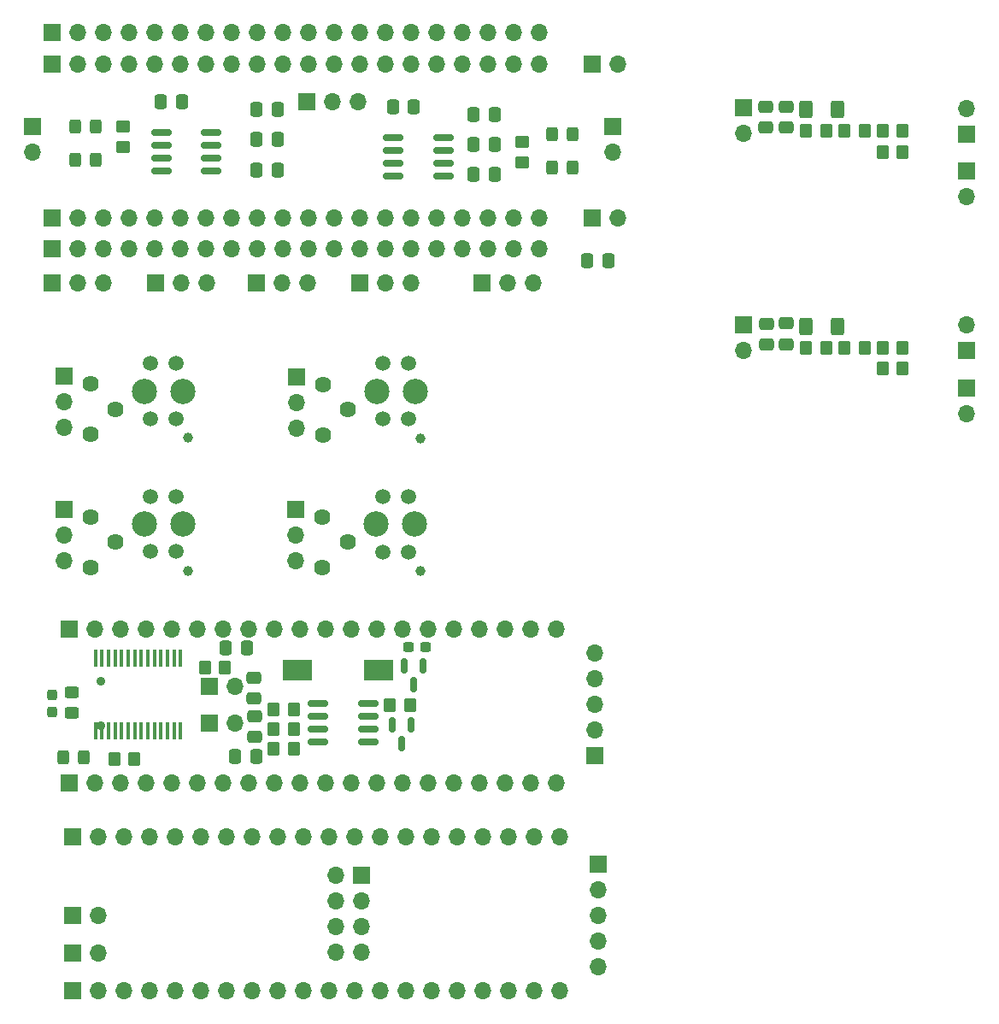
<source format=gbr>
%TF.GenerationSoftware,KiCad,Pcbnew,6.0.7+dfsg-1~bpo11+1*%
%TF.CreationDate,2022-09-15T22:54:34-04:00*%
%TF.ProjectId,COMPLETE_PCB,434f4d50-4c45-4544-955f-5043422e6b69,rev?*%
%TF.SameCoordinates,Original*%
%TF.FileFunction,Soldermask,Bot*%
%TF.FilePolarity,Negative*%
%FSLAX46Y46*%
G04 Gerber Fmt 4.6, Leading zero omitted, Abs format (unit mm)*
G04 Created by KiCad (PCBNEW 6.0.7+dfsg-1~bpo11+1) date 2022-09-15 22:54:34*
%MOMM*%
%LPD*%
G01*
G04 APERTURE LIST*
G04 Aperture macros list*
%AMRoundRect*
0 Rectangle with rounded corners*
0 $1 Rounding radius*
0 $2 $3 $4 $5 $6 $7 $8 $9 X,Y pos of 4 corners*
0 Add a 4 corners polygon primitive as box body*
4,1,4,$2,$3,$4,$5,$6,$7,$8,$9,$2,$3,0*
0 Add four circle primitives for the rounded corners*
1,1,$1+$1,$2,$3*
1,1,$1+$1,$4,$5*
1,1,$1+$1,$6,$7*
1,1,$1+$1,$8,$9*
0 Add four rect primitives between the rounded corners*
20,1,$1+$1,$2,$3,$4,$5,0*
20,1,$1+$1,$4,$5,$6,$7,0*
20,1,$1+$1,$6,$7,$8,$9,0*
20,1,$1+$1,$8,$9,$2,$3,0*%
G04 Aperture macros list end*
%ADD10RoundRect,0.237500X-0.300000X-0.237500X0.300000X-0.237500X0.300000X0.237500X-0.300000X0.237500X0*%
%ADD11R,0.450000X1.750000*%
%ADD12RoundRect,0.250000X-0.350000X-0.450000X0.350000X-0.450000X0.350000X0.450000X-0.350000X0.450000X0*%
%ADD13RoundRect,0.250000X0.350000X0.450000X-0.350000X0.450000X-0.350000X-0.450000X0.350000X-0.450000X0*%
%ADD14R,2.999300X2.057400*%
%ADD15RoundRect,0.150000X0.825000X0.150000X-0.825000X0.150000X-0.825000X-0.150000X0.825000X-0.150000X0*%
%ADD16RoundRect,0.250000X-0.337500X-0.475000X0.337500X-0.475000X0.337500X0.475000X-0.337500X0.475000X0*%
%ADD17RoundRect,0.250000X-0.475000X0.337500X-0.475000X-0.337500X0.475000X-0.337500X0.475000X0.337500X0*%
%ADD18RoundRect,0.150000X-0.150000X0.587500X-0.150000X-0.587500X0.150000X-0.587500X0.150000X0.587500X0*%
%ADD19O,1.700000X1.700000*%
%ADD20R,1.700000X1.700000*%
%ADD21RoundRect,0.250000X0.450000X-0.325000X0.450000X0.325000X-0.450000X0.325000X-0.450000X-0.325000X0*%
%ADD22RoundRect,0.250000X0.475000X-0.337500X0.475000X0.337500X-0.475000X0.337500X-0.475000X-0.337500X0*%
%ADD23RoundRect,0.237500X0.237500X-0.300000X0.237500X0.300000X-0.237500X0.300000X-0.237500X-0.300000X0*%
%ADD24RoundRect,0.250000X0.325000X0.450000X-0.325000X0.450000X-0.325000X-0.450000X0.325000X-0.450000X0*%
%ADD25C,0.900000*%
%ADD26RoundRect,0.250000X-0.450000X0.350000X-0.450000X-0.350000X0.450000X-0.350000X0.450000X0.350000X0*%
%ADD27RoundRect,0.250000X0.337500X0.475000X-0.337500X0.475000X-0.337500X-0.475000X0.337500X-0.475000X0*%
%ADD28RoundRect,0.250000X0.450000X-0.350000X0.450000X0.350000X-0.450000X0.350000X-0.450000X-0.350000X0*%
%ADD29RoundRect,0.250000X-0.325000X-0.450000X0.325000X-0.450000X0.325000X0.450000X-0.325000X0.450000X0*%
%ADD30C,1.000000*%
%ADD31C,2.500000*%
%ADD32C,1.500000*%
%ADD33C,1.620000*%
%ADD34RoundRect,0.250000X0.400000X0.625000X-0.400000X0.625000X-0.400000X-0.625000X0.400000X-0.625000X0*%
G04 APERTURE END LIST*
D10*
%TO.C,C9*%
X63941200Y-84574099D03*
X65666200Y-84574099D03*
%TD*%
D11*
%TO.C,U3*%
X32955400Y-85617699D03*
X33605400Y-85617699D03*
X34255400Y-85617699D03*
X34905400Y-85617699D03*
X35555400Y-85617699D03*
X36205400Y-85617699D03*
X36855400Y-85617699D03*
X37505400Y-85617699D03*
X38155400Y-85617699D03*
X38805400Y-85617699D03*
X39455400Y-85617699D03*
X40105400Y-85617699D03*
X40755400Y-85617699D03*
X41405400Y-85617699D03*
X41405400Y-92817699D03*
X40755400Y-92817699D03*
X40105400Y-92817699D03*
X39455400Y-92817699D03*
X38805400Y-92817699D03*
X38155400Y-92817699D03*
X37505400Y-92817699D03*
X36855400Y-92817699D03*
X36205400Y-92817699D03*
X35555400Y-92817699D03*
X34905400Y-92817699D03*
X34255400Y-92817699D03*
X33605400Y-92817699D03*
X32955400Y-92817699D03*
%TD*%
D12*
%TO.C,R8*%
X43791200Y-86614099D03*
X45791200Y-86614099D03*
%TD*%
D13*
%TO.C,R1*%
X52601200Y-90694099D03*
X50601200Y-90694099D03*
%TD*%
D14*
%TO.C,Y1*%
X61004550Y-86842799D03*
X52980250Y-86842799D03*
%TD*%
D15*
%TO.C,U2*%
X59975400Y-90157499D03*
X59975400Y-91427499D03*
X59975400Y-92697499D03*
X59975400Y-93967499D03*
X55025400Y-93967499D03*
X55025400Y-92697499D03*
X55025400Y-91427499D03*
X55025400Y-90157499D03*
%TD*%
D16*
%TO.C,C7*%
X46803700Y-95354099D03*
X48878700Y-95354099D03*
%TD*%
D17*
%TO.C,C3*%
X48651200Y-87556599D03*
X48651200Y-89631599D03*
%TD*%
D12*
%TO.C,R3*%
X50633000Y-94653299D03*
X52633000Y-94653299D03*
%TD*%
D18*
%TO.C,Q1*%
X63521200Y-86386599D03*
X65421200Y-86386599D03*
X64471200Y-88261599D03*
%TD*%
D19*
%TO.C,J7*%
X78991800Y-103373499D03*
X76451800Y-103373499D03*
X73911800Y-103373499D03*
X71371800Y-103373499D03*
X68831800Y-103373499D03*
X66291800Y-103373499D03*
X63751800Y-103373499D03*
X61211800Y-103373499D03*
X58671800Y-103373499D03*
X56131800Y-103373499D03*
X53591800Y-103373499D03*
X51051800Y-103373499D03*
X48511800Y-103373499D03*
X45971800Y-103373499D03*
X43431800Y-103373499D03*
X40891800Y-103373499D03*
X38351800Y-103373499D03*
X35811800Y-103373499D03*
X33271800Y-103373499D03*
D20*
X30731800Y-103373499D03*
%TD*%
D18*
%TO.C,Q2*%
X62333600Y-92273599D03*
X64233600Y-92273599D03*
X63283600Y-94148599D03*
%TD*%
D21*
%TO.C,D2*%
X30641200Y-91059099D03*
X30641200Y-89009099D03*
%TD*%
D19*
%TO.C,J4*%
X78991800Y-118613499D03*
X76451800Y-118613499D03*
X73911800Y-118613499D03*
X71371800Y-118613499D03*
X68831800Y-118613499D03*
X66291800Y-118613499D03*
X63751800Y-118613499D03*
X61211800Y-118613499D03*
X58671800Y-118613499D03*
X56131800Y-118613499D03*
X53591800Y-118613499D03*
X51051800Y-118613499D03*
X48511800Y-118613499D03*
X45971800Y-118613499D03*
X43431800Y-118613499D03*
X40891800Y-118613499D03*
X38351800Y-118613499D03*
X35811800Y-118613499D03*
X33271800Y-118613499D03*
D20*
X30731800Y-118613499D03*
%TD*%
D22*
%TO.C,C5*%
X48711200Y-93461599D03*
X48711200Y-91386599D03*
%TD*%
D12*
%TO.C,R7*%
X34821200Y-95664099D03*
X36821200Y-95664099D03*
%TD*%
D23*
%TO.C,C10*%
X28691200Y-90976599D03*
X28691200Y-89251599D03*
%TD*%
D16*
%TO.C,C2*%
X45873700Y-84644099D03*
X47948700Y-84644099D03*
%TD*%
D12*
%TO.C,R4*%
X50627400Y-92668899D03*
X52627400Y-92668899D03*
%TD*%
%TO.C,R2*%
X62131200Y-90284099D03*
X64131200Y-90284099D03*
%TD*%
D24*
%TO.C,D1*%
X31804600Y-95440699D03*
X29754600Y-95440699D03*
%TD*%
D19*
%TO.C,J3*%
X78661200Y-98044099D03*
X76121200Y-98044099D03*
X73581200Y-98044099D03*
X71041200Y-98044099D03*
X68501200Y-98044099D03*
X65961200Y-98044099D03*
X63421200Y-98044099D03*
X60881200Y-98044099D03*
X58341200Y-98044099D03*
X55801200Y-98044099D03*
X53261200Y-98044099D03*
X50721200Y-98044099D03*
X48181200Y-98044099D03*
X45641200Y-98044099D03*
X43101200Y-98044099D03*
X40561200Y-98044099D03*
X38021200Y-98044099D03*
X35481200Y-98044099D03*
X32941200Y-98044099D03*
D20*
X30401200Y-98044099D03*
%TD*%
D19*
%TO.C,JP4*%
X33241200Y-111133299D03*
D20*
X30701200Y-111133299D03*
%TD*%
D19*
%TO.C,JP3*%
X33241200Y-114818099D03*
D20*
X30701200Y-114818099D03*
%TD*%
%TO.C,JP2*%
X44211200Y-88430299D03*
D19*
X46751200Y-88430299D03*
%TD*%
D20*
%TO.C,JP1*%
X44216200Y-92087899D03*
D19*
X46756200Y-92087899D03*
%TD*%
D20*
%TO.C,J5*%
X82412000Y-95333699D03*
D19*
X82412000Y-92793699D03*
X82412000Y-90253699D03*
X82412000Y-87713699D03*
X82412000Y-85173699D03*
%TD*%
%TO.C,J2*%
X56761200Y-114775499D03*
X59301200Y-114775499D03*
X56761200Y-112235499D03*
X59301200Y-112235499D03*
X56761200Y-109695499D03*
X59301200Y-109695499D03*
X56761200Y-107155499D03*
D20*
X59301200Y-107155499D03*
%TD*%
D19*
%TO.C,J8*%
X82775800Y-116192499D03*
X82775800Y-113652499D03*
X82775800Y-111112499D03*
X82775800Y-108572499D03*
D20*
X82775800Y-106032499D03*
%TD*%
%TO.C,J6*%
X30401200Y-82804099D03*
D19*
X32941200Y-82804099D03*
X35481200Y-82804099D03*
X38021200Y-82804099D03*
X40561200Y-82804099D03*
X43101200Y-82804099D03*
X45641200Y-82804099D03*
X48181200Y-82804099D03*
X50721200Y-82804099D03*
X53261200Y-82804099D03*
X55801200Y-82804099D03*
X58341200Y-82804099D03*
X60881200Y-82804099D03*
X63421200Y-82804099D03*
X65961200Y-82804099D03*
X68501200Y-82804099D03*
X71041200Y-82804099D03*
X73581200Y-82804099D03*
X76121200Y-82804099D03*
X78661200Y-82804099D03*
%TD*%
D25*
%TO.C,J1*%
X33497400Y-87953899D03*
X33497400Y-92353899D03*
%TD*%
D15*
%TO.C,U3*%
X67435000Y-34105000D03*
X67435000Y-35375000D03*
X67435000Y-36645000D03*
X67435000Y-37915000D03*
X62485000Y-37915000D03*
X62485000Y-36645000D03*
X62485000Y-35375000D03*
X62485000Y-34105000D03*
%TD*%
D26*
%TO.C,R2*%
X75210000Y-34510000D03*
X75210000Y-36510000D03*
%TD*%
D16*
%TO.C,C2*%
X48922500Y-37260000D03*
X50997500Y-37260000D03*
%TD*%
D24*
%TO.C,D4*%
X80235000Y-33760000D03*
X78185000Y-33760000D03*
%TD*%
D27*
%TO.C,C4*%
X41497500Y-30510000D03*
X39422500Y-30510000D03*
%TD*%
D16*
%TO.C,C6*%
X70422500Y-34760000D03*
X72497500Y-34760000D03*
%TD*%
%TO.C,C10*%
X70422500Y-31760000D03*
X72497500Y-31760000D03*
%TD*%
D28*
%TO.C,R1*%
X35710000Y-35010000D03*
X35710000Y-33010000D03*
%TD*%
D29*
%TO.C,D3*%
X78185000Y-37010000D03*
X80235000Y-37010000D03*
%TD*%
D27*
%TO.C,C13*%
X81672500Y-46260000D03*
X83747500Y-46260000D03*
%TD*%
D16*
%TO.C,C3*%
X48922500Y-31260000D03*
X50997500Y-31260000D03*
%TD*%
%TO.C,C1*%
X48922500Y-34260000D03*
X50997500Y-34260000D03*
%TD*%
D27*
%TO.C,C11*%
X64497500Y-31010000D03*
X62422500Y-31010000D03*
%TD*%
D24*
%TO.C,D1*%
X32985000Y-36260000D03*
X30935000Y-36260000D03*
%TD*%
D15*
%TO.C,U1*%
X44435000Y-33605000D03*
X44435000Y-34875000D03*
X44435000Y-36145000D03*
X44435000Y-37415000D03*
X39485000Y-37415000D03*
X39485000Y-36145000D03*
X39485000Y-34875000D03*
X39485000Y-33605000D03*
%TD*%
D16*
%TO.C,C7*%
X70422500Y-37760000D03*
X72497500Y-37760000D03*
%TD*%
D29*
%TO.C,D2*%
X30935000Y-33010000D03*
X32985000Y-33010000D03*
%TD*%
D20*
%TO.C,J3*%
X26710000Y-32985000D03*
D19*
X26710000Y-35525000D03*
%TD*%
D30*
%TO.C,U7*%
X42150000Y-77000000D03*
D31*
X41600000Y-72350000D03*
X37800000Y-72350000D03*
D32*
X38430000Y-69600000D03*
X40970000Y-69600000D03*
X38430000Y-75100000D03*
X40970000Y-75100000D03*
%TD*%
D33*
%TO.C,RV4*%
X55460000Y-71660000D03*
X57960000Y-74160000D03*
X55460000Y-76660000D03*
%TD*%
D20*
%TO.C,J7*%
X29830000Y-57740000D03*
D19*
X29830000Y-60280000D03*
X29830000Y-62820000D03*
%TD*%
D20*
%TO.C,J9*%
X71290000Y-48500000D03*
D19*
X73830000Y-48500000D03*
X76370000Y-48500000D03*
%TD*%
D20*
%TO.C,J15*%
X28700000Y-45090000D03*
D19*
X31240000Y-45090000D03*
X33780000Y-45090000D03*
X36320000Y-45090000D03*
X38860000Y-45090000D03*
X41400000Y-45090000D03*
X43940000Y-45090000D03*
X46480000Y-45090000D03*
X49020000Y-45090000D03*
X51560000Y-45090000D03*
X54100000Y-45090000D03*
X56640000Y-45090000D03*
X59180000Y-45090000D03*
X61720000Y-45090000D03*
X64260000Y-45090000D03*
X66800000Y-45090000D03*
X69340000Y-45090000D03*
X71880000Y-45090000D03*
X74420000Y-45090000D03*
X76960000Y-45090000D03*
%TD*%
D20*
%TO.C,J17*%
X59185000Y-48470000D03*
D19*
X61725000Y-48470000D03*
X64265000Y-48470000D03*
%TD*%
D20*
%TO.C,J10*%
X29830000Y-70900000D03*
D19*
X29830000Y-73440000D03*
X29830000Y-75980000D03*
%TD*%
D31*
%TO.C,U6*%
X64620000Y-59210000D03*
X60820000Y-59210000D03*
D30*
X65170000Y-63860000D03*
D32*
X61450000Y-56460000D03*
X63990000Y-56460000D03*
X61450000Y-61960000D03*
X63990000Y-61960000D03*
%TD*%
D33*
%TO.C,RV1*%
X32470000Y-58490000D03*
X34970000Y-60990000D03*
X32470000Y-63490000D03*
%TD*%
D20*
%TO.C,J6*%
X28710000Y-42000000D03*
D19*
X31250000Y-42000000D03*
X33790000Y-42000000D03*
X36330000Y-42000000D03*
X38870000Y-42000000D03*
X41410000Y-42000000D03*
X43950000Y-42000000D03*
X46490000Y-42000000D03*
X49030000Y-42000000D03*
X51570000Y-42000000D03*
X54110000Y-42000000D03*
X56650000Y-42000000D03*
X59190000Y-42000000D03*
X61730000Y-42000000D03*
X64270000Y-42000000D03*
X66810000Y-42000000D03*
X69350000Y-42000000D03*
X71890000Y-42000000D03*
X74430000Y-42000000D03*
X76970000Y-42000000D03*
%TD*%
D31*
%TO.C,U5*%
X37800000Y-59190000D03*
X41600000Y-59190000D03*
D30*
X42150000Y-63840000D03*
D32*
X38430000Y-56440000D03*
X40970000Y-56440000D03*
X38430000Y-61940000D03*
X40970000Y-61940000D03*
%TD*%
D31*
%TO.C,U8*%
X60790000Y-72360000D03*
D30*
X65140000Y-77010000D03*
D31*
X64590000Y-72360000D03*
D32*
X61420000Y-69610000D03*
X63960000Y-69610000D03*
X61420000Y-75110000D03*
X63960000Y-75110000D03*
%TD*%
D33*
%TO.C,RV2*%
X55490000Y-58510000D03*
X57990000Y-61010000D03*
X55490000Y-63510000D03*
%TD*%
D20*
%TO.C,JP1*%
X53860000Y-30510000D03*
D19*
X56400000Y-30510000D03*
X58940000Y-30510000D03*
%TD*%
D20*
%TO.C,J12*%
X28700000Y-48480000D03*
D19*
X31240000Y-48480000D03*
X33780000Y-48480000D03*
%TD*%
D20*
%TO.C,J5*%
X28710000Y-26785400D03*
D19*
X31250000Y-26785400D03*
X33790000Y-26785400D03*
X36330000Y-26785400D03*
X38870000Y-26785400D03*
X41410000Y-26785400D03*
X43950000Y-26785400D03*
X46490000Y-26785400D03*
X49030000Y-26785400D03*
X51570000Y-26785400D03*
X54110000Y-26785400D03*
X56650000Y-26785400D03*
X59190000Y-26785400D03*
X61730000Y-26785400D03*
X64270000Y-26785400D03*
X66810000Y-26785400D03*
X69350000Y-26785400D03*
X71890000Y-26785400D03*
X74430000Y-26785400D03*
X76970000Y-26785400D03*
%TD*%
D20*
%TO.C,J4*%
X84210000Y-33010000D03*
D19*
X84210000Y-35550000D03*
%TD*%
D20*
%TO.C,J14*%
X28710000Y-23680000D03*
D19*
X31250000Y-23680000D03*
X33790000Y-23680000D03*
X36330000Y-23680000D03*
X38870000Y-23680000D03*
X41410000Y-23680000D03*
X43950000Y-23680000D03*
X46490000Y-23680000D03*
X49030000Y-23680000D03*
X51570000Y-23680000D03*
X54110000Y-23680000D03*
X56650000Y-23680000D03*
X59190000Y-23680000D03*
X61730000Y-23680000D03*
X64270000Y-23680000D03*
X66810000Y-23680000D03*
X69350000Y-23680000D03*
X71890000Y-23680000D03*
X74430000Y-23680000D03*
X76970000Y-23680000D03*
%TD*%
D20*
%TO.C,J13*%
X38920000Y-48480000D03*
D19*
X41460000Y-48480000D03*
X44000000Y-48480000D03*
%TD*%
D33*
%TO.C,RV3*%
X32470000Y-71650000D03*
X34970000Y-74150000D03*
X32470000Y-76650000D03*
%TD*%
D20*
%TO.C,J8*%
X52850000Y-57760000D03*
D19*
X52850000Y-60300000D03*
X52850000Y-62840000D03*
%TD*%
D20*
%TO.C,J11*%
X52820000Y-70910000D03*
D19*
X52820000Y-73450000D03*
X52820000Y-75990000D03*
%TD*%
D20*
%TO.C,J16*%
X48930000Y-48470000D03*
D19*
X51470000Y-48470000D03*
X54010000Y-48470000D03*
%TD*%
D20*
%TO.C,J2*%
X82185000Y-26760000D03*
D19*
X84725000Y-26760000D03*
%TD*%
D20*
%TO.C,J1*%
X82185000Y-42010000D03*
D19*
X84725000Y-42010000D03*
%TD*%
D20*
%TO.C,J3*%
X97135000Y-31143173D03*
D19*
X97135000Y-33683173D03*
%TD*%
D20*
%TO.C,J6*%
X119235000Y-55178173D03*
D19*
X119235000Y-52638173D03*
%TD*%
D20*
%TO.C,J5*%
X119255000Y-37368173D03*
D19*
X119255000Y-39908173D03*
%TD*%
D20*
%TO.C,J4*%
X119245000Y-33703173D03*
D19*
X119245000Y-31163173D03*
%TD*%
D20*
%TO.C,J1*%
X97137500Y-52615673D03*
D19*
X97137500Y-55155673D03*
%TD*%
D20*
%TO.C,J2*%
X119235000Y-58858173D03*
D19*
X119235000Y-61398173D03*
%TD*%
D12*
%TO.C,Ccomp1*%
X110937500Y-56980673D03*
X112937500Y-56980673D03*
%TD*%
D34*
%TO.C,Rsense1*%
X106467500Y-52760673D03*
X103367500Y-52760673D03*
%TD*%
D13*
%TO.C,Rcomp2*%
X112935000Y-33418173D03*
X110935000Y-33418173D03*
%TD*%
D22*
%TO.C,Cbyp2*%
X101425000Y-33095673D03*
X101425000Y-31020673D03*
%TD*%
%TO.C,Cin1*%
X99407500Y-54578173D03*
X99407500Y-52503173D03*
%TD*%
D12*
%TO.C,R4*%
X107175000Y-33418173D03*
X109175000Y-33418173D03*
%TD*%
D13*
%TO.C,Rcomp1*%
X112937500Y-54890673D03*
X110937500Y-54890673D03*
%TD*%
D34*
%TO.C,Rsense2*%
X106465000Y-31288173D03*
X103365000Y-31288173D03*
%TD*%
D22*
%TO.C,Cbyp1*%
X101427500Y-54568173D03*
X101427500Y-52493173D03*
%TD*%
D12*
%TO.C,R2*%
X107177500Y-54890673D03*
X109177500Y-54890673D03*
%TD*%
%TO.C,Ccomp4*%
X110935000Y-35508173D03*
X112935000Y-35508173D03*
%TD*%
D22*
%TO.C,Cin2*%
X99405000Y-33105673D03*
X99405000Y-31030673D03*
%TD*%
D12*
%TO.C,Rfilt1*%
X103337500Y-54890673D03*
X105337500Y-54890673D03*
%TD*%
%TO.C,Rfilt2*%
X103335000Y-33418173D03*
X105335000Y-33418173D03*
%TD*%
M02*

</source>
